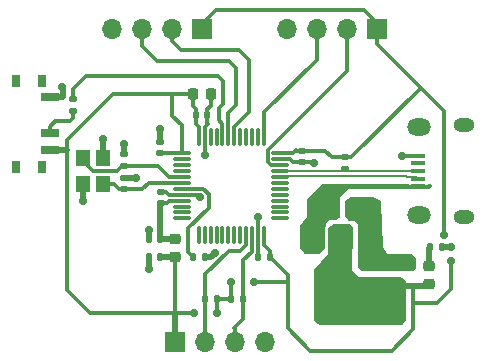
<source format=gbr>
%TF.GenerationSoftware,KiCad,Pcbnew,8.0.0*%
%TF.CreationDate,2024-03-15T15:48:41+01:00*%
%TF.ProjectId,STM32F103_BluePill,53544d33-3246-4313-9033-5f426c756550,rev?*%
%TF.SameCoordinates,Original*%
%TF.FileFunction,Copper,L1,Top*%
%TF.FilePolarity,Positive*%
%FSLAX46Y46*%
G04 Gerber Fmt 4.6, Leading zero omitted, Abs format (unit mm)*
G04 Created by KiCad (PCBNEW 8.0.0) date 2024-03-15 15:48:41*
%MOMM*%
%LPD*%
G01*
G04 APERTURE LIST*
G04 Aperture macros list*
%AMRoundRect*
0 Rectangle with rounded corners*
0 $1 Rounding radius*
0 $2 $3 $4 $5 $6 $7 $8 $9 X,Y pos of 4 corners*
0 Add a 4 corners polygon primitive as box body*
4,1,4,$2,$3,$4,$5,$6,$7,$8,$9,$2,$3,0*
0 Add four circle primitives for the rounded corners*
1,1,$1+$1,$2,$3*
1,1,$1+$1,$4,$5*
1,1,$1+$1,$6,$7*
1,1,$1+$1,$8,$9*
0 Add four rect primitives between the rounded corners*
20,1,$1+$1,$2,$3,$4,$5,0*
20,1,$1+$1,$4,$5,$6,$7,0*
20,1,$1+$1,$6,$7,$8,$9,0*
20,1,$1+$1,$8,$9,$2,$3,0*%
G04 Aperture macros list end*
%TA.AperFunction,SMDPad,CuDef*%
%ADD10RoundRect,0.225000X-0.225000X-0.250000X0.225000X-0.250000X0.225000X0.250000X-0.225000X0.250000X0*%
%TD*%
%TA.AperFunction,SMDPad,CuDef*%
%ADD11R,1.300000X0.450000*%
%TD*%
%TA.AperFunction,ComponentPad*%
%ADD12O,1.800000X1.150000*%
%TD*%
%TA.AperFunction,ComponentPad*%
%ADD13O,2.000000X1.450000*%
%TD*%
%TA.AperFunction,SMDPad,CuDef*%
%ADD14RoundRect,0.140000X-0.140000X-0.170000X0.140000X-0.170000X0.140000X0.170000X-0.140000X0.170000X0*%
%TD*%
%TA.AperFunction,SMDPad,CuDef*%
%ADD15RoundRect,0.140000X-0.170000X0.140000X-0.170000X-0.140000X0.170000X-0.140000X0.170000X0.140000X0*%
%TD*%
%TA.AperFunction,SMDPad,CuDef*%
%ADD16RoundRect,0.135000X0.185000X-0.135000X0.185000X0.135000X-0.185000X0.135000X-0.185000X-0.135000X0*%
%TD*%
%TA.AperFunction,SMDPad,CuDef*%
%ADD17RoundRect,0.140000X0.170000X-0.140000X0.170000X0.140000X-0.170000X0.140000X-0.170000X-0.140000X0*%
%TD*%
%TA.AperFunction,SMDPad,CuDef*%
%ADD18RoundRect,0.250000X-0.250000X-0.475000X0.250000X-0.475000X0.250000X0.475000X-0.250000X0.475000X0*%
%TD*%
%TA.AperFunction,SMDPad,CuDef*%
%ADD19RoundRect,0.140000X0.140000X0.170000X-0.140000X0.170000X-0.140000X-0.170000X0.140000X-0.170000X0*%
%TD*%
%TA.AperFunction,ComponentPad*%
%ADD20R,1.700000X1.700000*%
%TD*%
%TA.AperFunction,ComponentPad*%
%ADD21O,1.700000X1.700000*%
%TD*%
%TA.AperFunction,SMDPad,CuDef*%
%ADD22RoundRect,0.075000X-0.662500X-0.075000X0.662500X-0.075000X0.662500X0.075000X-0.662500X0.075000X0*%
%TD*%
%TA.AperFunction,SMDPad,CuDef*%
%ADD23RoundRect,0.075000X-0.075000X-0.662500X0.075000X-0.662500X0.075000X0.662500X-0.075000X0.662500X0*%
%TD*%
%TA.AperFunction,SMDPad,CuDef*%
%ADD24RoundRect,0.250000X0.475000X-0.250000X0.475000X0.250000X-0.475000X0.250000X-0.475000X-0.250000X0*%
%TD*%
%TA.AperFunction,SMDPad,CuDef*%
%ADD25R,1.200000X1.400000*%
%TD*%
%TA.AperFunction,SMDPad,CuDef*%
%ADD26RoundRect,0.218750X-0.256250X0.218750X-0.256250X-0.218750X0.256250X-0.218750X0.256250X0.218750X0*%
%TD*%
%TA.AperFunction,SMDPad,CuDef*%
%ADD27RoundRect,0.375000X-0.375000X0.625000X-0.375000X-0.625000X0.375000X-0.625000X0.375000X0.625000X0*%
%TD*%
%TA.AperFunction,SMDPad,CuDef*%
%ADD28RoundRect,0.500000X-1.400000X0.500000X-1.400000X-0.500000X1.400000X-0.500000X1.400000X0.500000X0*%
%TD*%
%TA.AperFunction,SMDPad,CuDef*%
%ADD29R,0.800000X1.000000*%
%TD*%
%TA.AperFunction,SMDPad,CuDef*%
%ADD30R,1.500000X0.700000*%
%TD*%
%TA.AperFunction,SMDPad,CuDef*%
%ADD31RoundRect,0.135000X0.135000X0.185000X-0.135000X0.185000X-0.135000X-0.185000X0.135000X-0.185000X0*%
%TD*%
%TA.AperFunction,SMDPad,CuDef*%
%ADD32RoundRect,0.135000X-0.135000X-0.185000X0.135000X-0.185000X0.135000X0.185000X-0.135000X0.185000X0*%
%TD*%
%TA.AperFunction,SMDPad,CuDef*%
%ADD33RoundRect,0.135000X-0.185000X0.135000X-0.185000X-0.135000X0.185000X-0.135000X0.185000X0.135000X0*%
%TD*%
%TA.AperFunction,ViaPad*%
%ADD34C,0.700000*%
%TD*%
%TA.AperFunction,Conductor*%
%ADD35C,0.300000*%
%TD*%
%TA.AperFunction,Conductor*%
%ADD36C,0.500000*%
%TD*%
%TA.AperFunction,Conductor*%
%ADD37C,0.200000*%
%TD*%
G04 APERTURE END LIST*
D10*
%TO.P,C3,1*%
%TO.N,+3.3V*%
X146725000Y-92500000D03*
%TO.P,C3,2*%
%TO.N,GND*%
X148275000Y-92500000D03*
%TD*%
D11*
%TO.P,J3,1,VBUS*%
%TO.N,VBUS*%
X165845000Y-100300000D03*
%TO.P,J3,2,D-*%
%TO.N,/USB_D-*%
X165845000Y-99650000D03*
%TO.P,J3,3,D+*%
%TO.N,/USB_D+*%
X165845000Y-99000000D03*
%TO.P,J3,4,ID*%
%TO.N,unconnected-(J3-ID-Pad4)*%
X165845000Y-98350000D03*
%TO.P,J3,5,GND*%
%TO.N,GND*%
X165845000Y-97700000D03*
D12*
%TO.P,J3,6,Shield*%
%TO.N,unconnected-(J3-Shield-Pad6)_2*%
X169695000Y-102875000D03*
D13*
%TO.N,unconnected-(J3-Shield-Pad6)*%
X165895000Y-102725000D03*
%TO.N,unconnected-(J3-Shield-Pad6)_0*%
X165895000Y-95275000D03*
D12*
%TO.N,unconnected-(J3-Shield-Pad6)_1*%
X169695000Y-95125000D03*
%TD*%
D14*
%TO.P,C4,1*%
%TO.N,/NRST*%
X146790000Y-106250000D03*
%TO.P,C4,2*%
%TO.N,GND*%
X147750000Y-106250000D03*
%TD*%
D15*
%TO.P,C9,1*%
%TO.N,+3.3V*%
X156000000Y-97270000D03*
%TO.P,C9,2*%
%TO.N,GND*%
X156000000Y-98230000D03*
%TD*%
D16*
%TO.P,R4,1*%
%TO.N,/SW_BOOT0*%
X136600000Y-93910000D03*
%TO.P,R4,2*%
%TO.N,/BOOT0*%
X136600000Y-92890000D03*
%TD*%
D17*
%TO.P,C5,1*%
%TO.N,/HSE_IN*%
X140875000Y-98550000D03*
%TO.P,C5,2*%
%TO.N,GND*%
X140875000Y-97590000D03*
%TD*%
%TO.P,C11,1*%
%TO.N,+3.3VA*%
X144020000Y-101730000D03*
%TO.P,C11,2*%
%TO.N,GND*%
X144020000Y-100770000D03*
%TD*%
D18*
%TO.P,C1,1*%
%TO.N,VBUS*%
X158487500Y-102237500D03*
%TO.P,C1,2*%
%TO.N,GND*%
X160387500Y-102237500D03*
%TD*%
D19*
%TO.P,C12,1*%
%TO.N,+3.3VA*%
X143980000Y-104750000D03*
%TO.P,C12,2*%
%TO.N,GND*%
X143020000Y-104750000D03*
%TD*%
D20*
%TO.P,J4,1,Pin_1*%
%TO.N,+3.3V*%
X162300000Y-87000000D03*
D21*
%TO.P,J4,2,Pin_2*%
%TO.N,/SWDIO*%
X159760000Y-87000000D03*
%TO.P,J4,3,Pin_3*%
%TO.N,/SWCLK*%
X157220000Y-87000000D03*
%TO.P,J4,4,Pin_4*%
%TO.N,GND*%
X154680000Y-87000000D03*
%TD*%
D17*
%TO.P,C6,1*%
%TO.N,+3.3V*%
X144000000Y-97480000D03*
%TO.P,C6,2*%
%TO.N,GND*%
X144000000Y-96520000D03*
%TD*%
D22*
%TO.P,U2,1,VBAT*%
%TO.N,+3.3V*%
X145837500Y-97500000D03*
%TO.P,U2,2,PC13*%
%TO.N,unconnected-(U2-PC13-Pad2)*%
X145837500Y-98000000D03*
%TO.P,U2,3,PC14*%
%TO.N,unconnected-(U2-PC14-Pad3)*%
X145837500Y-98500000D03*
%TO.P,U2,4,PC15*%
%TO.N,unconnected-(U2-PC15-Pad4)*%
X145837500Y-99000000D03*
%TO.P,U2,5,PD0*%
%TO.N,/HSE_IN*%
X145837500Y-99500000D03*
%TO.P,U2,6,PD1*%
%TO.N,/HSE_OUT*%
X145837500Y-100000000D03*
%TO.P,U2,7,NRST*%
%TO.N,/NRST*%
X145837500Y-100500000D03*
%TO.P,U2,8,VSSA*%
%TO.N,GND*%
X145837500Y-101000000D03*
%TO.P,U2,9,VDDA*%
%TO.N,+3.3VA*%
X145837500Y-101500000D03*
%TO.P,U2,10,PA0*%
%TO.N,unconnected-(U2-PA0-Pad10)*%
X145837500Y-102000000D03*
%TO.P,U2,11,PA1*%
%TO.N,unconnected-(U2-PA1-Pad11)*%
X145837500Y-102500000D03*
%TO.P,U2,12,PA2*%
%TO.N,unconnected-(U2-PA2-Pad12)*%
X145837500Y-103000000D03*
D23*
%TO.P,U2,13,PA3*%
%TO.N,unconnected-(U2-PA3-Pad13)*%
X147250000Y-104412500D03*
%TO.P,U2,14,PA4*%
%TO.N,unconnected-(U2-PA4-Pad14)*%
X147750000Y-104412500D03*
%TO.P,U2,15,PA5*%
%TO.N,unconnected-(U2-PA5-Pad15)*%
X148250000Y-104412500D03*
%TO.P,U2,16,PA6*%
%TO.N,unconnected-(U2-PA6-Pad16)*%
X148750000Y-104412500D03*
%TO.P,U2,17,PA7*%
%TO.N,unconnected-(U2-PA7-Pad17)*%
X149250000Y-104412500D03*
%TO.P,U2,18,PB0*%
%TO.N,unconnected-(U2-PB0-Pad18)*%
X149750000Y-104412500D03*
%TO.P,U2,19,PB1*%
%TO.N,unconnected-(U2-PB1-Pad19)*%
X150250000Y-104412500D03*
%TO.P,U2,20,PB2*%
%TO.N,unconnected-(U2-PB2-Pad20)*%
X150750000Y-104412500D03*
%TO.P,U2,21,PB10*%
%TO.N,/I2C2_SCL*%
X151250000Y-104412500D03*
%TO.P,U2,22,PB11*%
%TO.N,/I2C2_SDA*%
X151750000Y-104412500D03*
%TO.P,U2,23,VSS*%
%TO.N,GND*%
X152250000Y-104412500D03*
%TO.P,U2,24,VDD*%
%TO.N,+3.3V*%
X152750000Y-104412500D03*
D22*
%TO.P,U2,25,PB12*%
%TO.N,unconnected-(U2-PB12-Pad25)*%
X154162500Y-103000000D03*
%TO.P,U2,26,PB13*%
%TO.N,unconnected-(U2-PB13-Pad26)*%
X154162500Y-102500000D03*
%TO.P,U2,27,PB14*%
%TO.N,unconnected-(U2-PB14-Pad27)*%
X154162500Y-102000000D03*
%TO.P,U2,28,PB15*%
%TO.N,unconnected-(U2-PB15-Pad28)*%
X154162500Y-101500000D03*
%TO.P,U2,29,PA8*%
%TO.N,unconnected-(U2-PA8-Pad29)*%
X154162500Y-101000000D03*
%TO.P,U2,30,PA9*%
%TO.N,unconnected-(U2-PA9-Pad30)*%
X154162500Y-100500000D03*
%TO.P,U2,31,PA10*%
%TO.N,unconnected-(U2-PA10-Pad31)*%
X154162500Y-100000000D03*
%TO.P,U2,32,PA11*%
%TO.N,/USB_D-*%
X154162500Y-99500000D03*
%TO.P,U2,33,PA12*%
%TO.N,/USB_D+*%
X154162500Y-99000000D03*
%TO.P,U2,34,PA13*%
%TO.N,/SWDIO*%
X154162500Y-98500000D03*
%TO.P,U2,35,VSS*%
%TO.N,GND*%
X154162500Y-98000000D03*
%TO.P,U2,36,VDD*%
%TO.N,+3.3V*%
X154162500Y-97500000D03*
D23*
%TO.P,U2,37,PA14*%
%TO.N,/SWCLK*%
X152750000Y-96087500D03*
%TO.P,U2,38,PA15*%
%TO.N,unconnected-(U2-PA15-Pad38)*%
X152250000Y-96087500D03*
%TO.P,U2,39,PB3*%
%TO.N,unconnected-(U2-PB3-Pad39)*%
X151750000Y-96087500D03*
%TO.P,U2,40,PB4*%
%TO.N,unconnected-(U2-PB4-Pad40)*%
X151250000Y-96087500D03*
%TO.P,U2,41,PB5*%
%TO.N,unconnected-(U2-PB5-Pad41)*%
X150750000Y-96087500D03*
%TO.P,U2,42,PB6*%
%TO.N,/UART1_TX*%
X150250000Y-96087500D03*
%TO.P,U2,43,PB7*%
%TO.N,/UART1_RX*%
X149750000Y-96087500D03*
%TO.P,U2,44,BOOT0*%
%TO.N,/BOOT0*%
X149250000Y-96087500D03*
%TO.P,U2,45,PB8*%
%TO.N,unconnected-(U2-PB8-Pad45)*%
X148750000Y-96087500D03*
%TO.P,U2,46,PB9*%
%TO.N,unconnected-(U2-PB9-Pad46)*%
X148250000Y-96087500D03*
%TO.P,U2,47,VSS*%
%TO.N,GND*%
X147750000Y-96087500D03*
%TO.P,U2,48,VDD*%
%TO.N,+3.3V*%
X147250000Y-96087500D03*
%TD*%
D19*
%TO.P,C13,1*%
%TO.N,+3.3V*%
X143980000Y-106250000D03*
%TO.P,C13,2*%
%TO.N,GND*%
X143020000Y-106250000D03*
%TD*%
D24*
%TO.P,C2,1*%
%TO.N,+3.3V*%
X163937500Y-108687500D03*
%TO.P,C2,2*%
%TO.N,GND*%
X163937500Y-106787500D03*
%TD*%
D25*
%TO.P,Y1,1,1*%
%TO.N,/HSE_IN*%
X137425000Y-97850000D03*
%TO.P,Y1,2,2*%
%TO.N,GND*%
X137425000Y-100050000D03*
%TO.P,Y1,3,3*%
%TO.N,/HSE_OUT*%
X139125000Y-100050000D03*
%TO.P,Y1,4,4*%
%TO.N,GND*%
X139125000Y-97850000D03*
%TD*%
D26*
%TO.P,FB1,1*%
%TO.N,+3.3VA*%
X145250000Y-104712500D03*
%TO.P,FB1,2*%
%TO.N,+3.3V*%
X145250000Y-106287500D03*
%TD*%
D27*
%TO.P,U1,1,GND*%
%TO.N,GND*%
X161550000Y-104600000D03*
%TO.P,U1,2,VO*%
%TO.N,+3.3V*%
X159250000Y-104600000D03*
D28*
X159250000Y-110900000D03*
D27*
%TO.P,U1,3,VI*%
%TO.N,VBUS*%
X156950000Y-104600000D03*
%TD*%
D29*
%TO.P,SW1,*%
%TO.N,*%
X134005000Y-91350000D03*
X131795000Y-91350000D03*
X134005000Y-98650000D03*
X131795000Y-98650000D03*
D30*
%TO.P,SW1,1,A*%
%TO.N,GND*%
X134655000Y-92750000D03*
%TO.P,SW1,2,B*%
%TO.N,/SW_BOOT0*%
X134655000Y-95750000D03*
%TO.P,SW1,3,C*%
%TO.N,+3.3V*%
X134655000Y-97250000D03*
%TD*%
D31*
%TO.P,R2,1*%
%TO.N,+3.3V*%
X148780000Y-109860000D03*
%TO.P,R2,2*%
%TO.N,/I2C2_SCL*%
X147760000Y-109860000D03*
%TD*%
D17*
%TO.P,C7,1*%
%TO.N,/HSE_OUT*%
X140875000Y-100550000D03*
%TO.P,C7,2*%
%TO.N,GND*%
X140875000Y-99590000D03*
%TD*%
D32*
%TO.P,R3,1*%
%TO.N,+3.3V*%
X150010000Y-109860000D03*
%TO.P,R3,2*%
%TO.N,/I2C2_SDA*%
X151030000Y-109860000D03*
%TD*%
D20*
%TO.P,J2,1,Pin_1*%
%TO.N,+3.3V*%
X145200000Y-113500000D03*
D21*
%TO.P,J2,2,Pin_2*%
%TO.N,/I2C2_SCL*%
X147740000Y-113500000D03*
%TO.P,J2,3,Pin_3*%
%TO.N,/I2C2_SDA*%
X150280000Y-113500000D03*
%TO.P,J2,4,Pin_4*%
%TO.N,GND*%
X152820000Y-113500000D03*
%TD*%
D14*
%TO.P,C10,1*%
%TO.N,+3.3V*%
X147020000Y-94250000D03*
%TO.P,C10,2*%
%TO.N,GND*%
X147980000Y-94250000D03*
%TD*%
D19*
%TO.P,C8,1*%
%TO.N,+3.3V*%
X153260000Y-106270000D03*
%TO.P,C8,2*%
%TO.N,GND*%
X152300000Y-106270000D03*
%TD*%
D20*
%TO.P,J1,1,Pin_1*%
%TO.N,+3.3V*%
X147550000Y-87000000D03*
D21*
%TO.P,J1,2,Pin_2*%
%TO.N,/UART1_TX*%
X145010000Y-87000000D03*
%TO.P,J1,3,Pin_3*%
%TO.N,/UART1_RX*%
X142470000Y-87000000D03*
%TO.P,J1,4,Pin_4*%
%TO.N,GND*%
X139930000Y-87000000D03*
%TD*%
D26*
%TO.P,D1,1,K*%
%TO.N,/PWR_LED_K*%
X166700000Y-107012500D03*
%TO.P,D1,2,A*%
%TO.N,+3.3V*%
X166700000Y-108587500D03*
%TD*%
D32*
%TO.P,R1,1*%
%TO.N,/PWR_LED_K*%
X166790000Y-105400000D03*
%TO.P,R1,2*%
%TO.N,GND*%
X167810000Y-105400000D03*
%TD*%
D33*
%TO.P,R5,1*%
%TO.N,+3.3V*%
X159620000Y-97830000D03*
%TO.P,R5,2*%
%TO.N,/USB_D+*%
X159620000Y-98850000D03*
%TD*%
D34*
%TO.N,GND*%
X144000000Y-95440000D03*
X140900000Y-96730000D03*
X135680000Y-91840000D03*
X161670000Y-102680000D03*
X143020000Y-103980000D03*
X168600000Y-105400000D03*
X139100000Y-96300000D03*
X152250000Y-102870000D03*
X148635025Y-105895025D03*
X161690000Y-101740000D03*
X147760000Y-97600000D03*
X143030000Y-107310000D03*
X147340000Y-101200000D03*
X137400000Y-101500000D03*
X164410000Y-97700000D03*
X162000000Y-106100000D03*
X157040000Y-98350000D03*
X161200000Y-106100000D03*
X165200000Y-106800000D03*
X141920000Y-99570000D03*
%TO.N,+3.3V*%
X146800000Y-111000000D03*
X151900000Y-108400000D03*
X168000000Y-104400000D03*
X168600000Y-106600000D03*
X148800000Y-111000000D03*
X150000000Y-108400000D03*
%TD*%
D35*
%TO.N,+3.3V*%
X145200000Y-111000000D02*
X146800000Y-111000000D01*
X151900000Y-108400000D02*
X154800000Y-108400000D01*
X150010000Y-108410000D02*
X150000000Y-108400000D01*
X150010000Y-109860000D02*
X150010000Y-108410000D01*
X148780000Y-110980000D02*
X148800000Y-111000000D01*
X148780000Y-109860000D02*
X148780000Y-110980000D01*
%TO.N,GND*%
X147980000Y-93770000D02*
X148275000Y-93475000D01*
D36*
X139125000Y-97850000D02*
X139125000Y-96325000D01*
D35*
X147750000Y-96087500D02*
X147750000Y-95246880D01*
X165845000Y-97700000D02*
X164410000Y-97700000D01*
D36*
X147750000Y-106250000D02*
X148280050Y-106250000D01*
X143020000Y-107300000D02*
X143030000Y-107310000D01*
D35*
X147980000Y-94980000D02*
X147980000Y-94250000D01*
X152250000Y-104412500D02*
X152250000Y-106220000D01*
X155003120Y-98000000D02*
X155250000Y-98246880D01*
D36*
X141900000Y-99590000D02*
X141920000Y-99570000D01*
X140875000Y-96755000D02*
X140900000Y-96730000D01*
D35*
X147750000Y-96087500D02*
X147750000Y-97590000D01*
X147750000Y-97590000D02*
X147760000Y-97600000D01*
X147750000Y-95246880D02*
X147996880Y-95000000D01*
X156920000Y-98230000D02*
X157040000Y-98350000D01*
D36*
X135750000Y-91910000D02*
X135680000Y-91840000D01*
X140875000Y-99590000D02*
X141900000Y-99590000D01*
D35*
X144480000Y-100770000D02*
X144020000Y-100770000D01*
D36*
X167810000Y-105400000D02*
X168600000Y-105400000D01*
D35*
X156000000Y-98230000D02*
X156920000Y-98230000D01*
X148275000Y-93475000D02*
X148275000Y-92500000D01*
X147980000Y-94250000D02*
X147980000Y-93770000D01*
D36*
X140875000Y-97590000D02*
X140875000Y-96755000D01*
D35*
X145837500Y-101000000D02*
X147140000Y-101000000D01*
D36*
X139125000Y-96325000D02*
X139100000Y-96300000D01*
X143020000Y-104750000D02*
X143020000Y-103980000D01*
D35*
X155250000Y-98246880D02*
X155250000Y-98250000D01*
X145837500Y-101000000D02*
X144750000Y-101000000D01*
X154162500Y-98000000D02*
X155003120Y-98000000D01*
X155270000Y-98230000D02*
X156000000Y-98230000D01*
D36*
X144000000Y-96520000D02*
X144000000Y-95440000D01*
D35*
X152250000Y-106220000D02*
X152300000Y-106270000D01*
X147996880Y-95000000D02*
X148000000Y-95000000D01*
D36*
X148280050Y-106250000D02*
X148635025Y-105895025D01*
D35*
X155250000Y-98250000D02*
X155270000Y-98230000D01*
X144750000Y-101000000D02*
X144500000Y-100750000D01*
D36*
X137425000Y-100050000D02*
X137425000Y-101475000D01*
D35*
X148000000Y-95000000D02*
X147980000Y-94980000D01*
D36*
X143020000Y-106250000D02*
X143020000Y-107300000D01*
X134655000Y-92750000D02*
X135750000Y-92750000D01*
D35*
X147140000Y-101000000D02*
X147340000Y-101200000D01*
D36*
X137425000Y-101475000D02*
X137400000Y-101500000D01*
X135750000Y-92750000D02*
X135750000Y-91910000D01*
D35*
X144500000Y-100750000D02*
X144480000Y-100770000D01*
X152250000Y-104412500D02*
X152250000Y-102870000D01*
%TO.N,+3.3V*%
X147000000Y-95000000D02*
X147020000Y-94980000D01*
X154800000Y-107800000D02*
X154800000Y-108400000D01*
X145200000Y-111000000D02*
X138000000Y-111000000D01*
X154800000Y-112300000D02*
X156700000Y-114200000D01*
X153260000Y-105730000D02*
X153260000Y-106270000D01*
X145837500Y-97500000D02*
X145837500Y-95137500D01*
X155520000Y-97270000D02*
X156000000Y-97270000D01*
X147020000Y-94250000D02*
X147020000Y-93770000D01*
X166050000Y-91950000D02*
X162300000Y-88200000D01*
X147020000Y-94980000D02*
X147020000Y-94250000D01*
X150010000Y-109860000D02*
X148780000Y-109860000D01*
X144020000Y-97500000D02*
X144000000Y-97480000D01*
X150000000Y-108500000D02*
X150010000Y-108510000D01*
X168000000Y-104400000D02*
X168000000Y-93900000D01*
X156000000Y-97270000D02*
X157970000Y-97270000D01*
X145250000Y-110950000D02*
X145250000Y-106287500D01*
X165400000Y-110200000D02*
X165400000Y-108787500D01*
X157970000Y-97270000D02*
X158530000Y-97830000D01*
D36*
X166600000Y-108687500D02*
X166700000Y-108587500D01*
X165500000Y-108687500D02*
X166600000Y-108687500D01*
D35*
X160170000Y-97830000D02*
X166050000Y-91950000D01*
D36*
X163937500Y-108687500D02*
X165500000Y-108687500D01*
D35*
X162300000Y-87000000D02*
X162300000Y-86500000D01*
X154800000Y-108400000D02*
X154800000Y-112300000D01*
X147250000Y-96087500D02*
X147250000Y-95250000D01*
X145837500Y-97500000D02*
X144020000Y-97500000D01*
X155250000Y-97500000D02*
X155500000Y-97250000D01*
X167100000Y-110200000D02*
X167400000Y-110200000D01*
X168600000Y-109000000D02*
X168600000Y-106600000D01*
X168200000Y-109400000D02*
X168600000Y-109000000D01*
X168000000Y-93900000D02*
X166050000Y-91950000D01*
X145200000Y-111000000D02*
X145250000Y-110950000D01*
X158530000Y-97830000D02*
X159620000Y-97830000D01*
X147250000Y-95250000D02*
X147000000Y-95000000D01*
X146725000Y-93475000D02*
X146725000Y-92500000D01*
X165400000Y-108787500D02*
X165500000Y-108687500D01*
X161200000Y-85400000D02*
X148700000Y-85400000D01*
X147550000Y-86550000D02*
X147550000Y-87000000D01*
D36*
X145212500Y-106250000D02*
X145250000Y-106287500D01*
D35*
X138000000Y-111000000D02*
X136100000Y-109100000D01*
D36*
X145200000Y-113500000D02*
X145200000Y-111000000D01*
D35*
X165400000Y-110200000D02*
X167100000Y-110200000D01*
X163600000Y-114200000D02*
X165400000Y-112400000D01*
X156700000Y-114200000D02*
X163600000Y-114200000D01*
X145837500Y-95137500D02*
X145000000Y-94300000D01*
X148700000Y-85400000D02*
X147550000Y-86550000D01*
X165400000Y-112400000D02*
X165400000Y-110200000D01*
X152750000Y-105220000D02*
X153260000Y-105730000D01*
X136100000Y-109100000D02*
X136100000Y-96400000D01*
X153270000Y-106270000D02*
X154800000Y-107800000D01*
X155500000Y-97250000D02*
X155520000Y-97270000D01*
X154162500Y-97500000D02*
X155250000Y-97500000D01*
X136100000Y-96400000D02*
X140000000Y-92500000D01*
X140000000Y-92500000D02*
X145000000Y-92500000D01*
X145000000Y-92500000D02*
X146725000Y-92500000D01*
X153260000Y-106270000D02*
X153270000Y-106270000D01*
D36*
X143980000Y-106250000D02*
X145212500Y-106250000D01*
D35*
X145000000Y-94300000D02*
X145000000Y-92500000D01*
X159620000Y-97830000D02*
X160170000Y-97830000D01*
X167400000Y-110200000D02*
X168200000Y-109400000D01*
X147020000Y-93770000D02*
X146725000Y-93475000D01*
D36*
X134655000Y-97250000D02*
X136050000Y-97250000D01*
D35*
X162300000Y-86500000D02*
X161200000Y-85400000D01*
X150100000Y-108400000D02*
X150000000Y-108500000D01*
X162300000Y-88200000D02*
X162300000Y-87000000D01*
X152750000Y-104412500D02*
X152750000Y-105220000D01*
%TO.N,/NRST*%
X148080000Y-102098120D02*
X146370000Y-103808120D01*
X145837500Y-100500000D02*
X147629950Y-100500000D01*
X146370000Y-103808120D02*
X146370000Y-105830000D01*
X148080000Y-100950050D02*
X148080000Y-102098120D01*
X147629950Y-100500000D02*
X148080000Y-100950050D01*
X146370000Y-105830000D02*
X146790000Y-106250000D01*
%TO.N,/HSE_IN*%
X140775000Y-98550000D02*
X140325000Y-99000000D01*
X144750000Y-99500000D02*
X143800000Y-98550000D01*
X145837500Y-99500000D02*
X144750000Y-99500000D01*
X138250000Y-99000000D02*
X137425000Y-98175000D01*
X140325000Y-99000000D02*
X138250000Y-99000000D01*
X143800000Y-98550000D02*
X140875000Y-98550000D01*
X140875000Y-98550000D02*
X140775000Y-98550000D01*
X137425000Y-98175000D02*
X137425000Y-97850000D01*
%TO.N,/HSE_OUT*%
X145837500Y-100000000D02*
X143000000Y-100000000D01*
X140875000Y-100550000D02*
X140525000Y-100550000D01*
X140025000Y-100050000D02*
X139125000Y-100050000D01*
X142450000Y-100550000D02*
X140875000Y-100550000D01*
X143000000Y-100000000D02*
X142450000Y-100550000D01*
X140525000Y-100550000D02*
X140025000Y-100050000D01*
%TO.N,+3.3VA*%
X144520000Y-101730000D02*
X144750000Y-101500000D01*
X144020000Y-101730000D02*
X144520000Y-101730000D01*
D36*
X145212500Y-104750000D02*
X145250000Y-104712500D01*
X143980000Y-104750000D02*
X143980000Y-101770000D01*
D35*
X144750000Y-101500000D02*
X145837500Y-101500000D01*
D36*
X143980000Y-101770000D02*
X144020000Y-101730000D01*
X143980000Y-104750000D02*
X145212500Y-104750000D01*
%TO.N,/PWR_LED_K*%
X166700000Y-107012500D02*
X166700000Y-105490000D01*
X166700000Y-105490000D02*
X166790000Y-105400000D01*
D35*
%TO.N,/UART1_TX*%
X150250000Y-95240000D02*
X151490000Y-94000000D01*
X145770000Y-88710000D02*
X145010000Y-87950000D01*
X151490000Y-89570000D02*
X150630000Y-88710000D01*
X150630000Y-88710000D02*
X145770000Y-88710000D01*
X145010000Y-87950000D02*
X145010000Y-87000000D01*
X151490000Y-94000000D02*
X151490000Y-89570000D01*
X150250000Y-96087500D02*
X150250000Y-95240000D01*
%TO.N,/UART1_RX*%
X149750000Y-96087500D02*
X149750000Y-94060000D01*
X149750000Y-94060000D02*
X150420000Y-93390000D01*
X150420000Y-90230000D02*
X149840000Y-89650000D01*
X149840000Y-89640000D02*
X143690000Y-89640000D01*
X149840000Y-89650000D02*
X149840000Y-89640000D01*
X142470000Y-88400000D02*
X142470000Y-87000000D01*
X150420000Y-93390000D02*
X150420000Y-90230000D01*
X142460000Y-88410000D02*
X142470000Y-88400000D01*
X143690000Y-89640000D02*
X142460000Y-88410000D01*
%TO.N,/I2C2_SCL*%
X147760000Y-109860000D02*
X147760000Y-113480000D01*
X147810000Y-107710000D02*
X147800000Y-107710000D01*
X151250000Y-105253120D02*
X150753120Y-105750000D01*
X151250000Y-104412500D02*
X151250000Y-105253120D01*
X147800000Y-107710000D02*
X147760000Y-107750000D01*
X147760000Y-113480000D02*
X147740000Y-113500000D01*
X147760000Y-107750000D02*
X147760000Y-109860000D01*
X150753120Y-105750000D02*
X149770000Y-105750000D01*
X149770000Y-105750000D02*
X147810000Y-107710000D01*
%TO.N,/I2C2_SDA*%
X151750000Y-105813154D02*
X151030000Y-106533154D01*
X151750000Y-104412500D02*
X151750000Y-105813154D01*
X150280000Y-112290000D02*
X150280000Y-113500000D01*
X151030000Y-106533154D02*
X151030000Y-109860000D01*
X150260000Y-112270000D02*
X150280000Y-112290000D01*
X151030000Y-109860000D02*
X151030000Y-111500000D01*
X151030000Y-111500000D02*
X150260000Y-112270000D01*
D37*
%TO.N,/USB_D+*%
X154162500Y-99000000D02*
X165845000Y-99000000D01*
%TO.N,/USB_D-*%
X164895000Y-99525000D02*
X165720000Y-99525000D01*
X154162500Y-99500000D02*
X154212499Y-99450001D01*
X165720000Y-99525000D02*
X165845000Y-99650000D01*
X154212499Y-99450001D02*
X164895000Y-99450001D01*
X164895000Y-99450001D02*
X164895000Y-99525000D01*
D35*
%TO.N,/SWDIO*%
X159760000Y-90490000D02*
X159760000Y-87000000D01*
X153321880Y-98500000D02*
X153075000Y-98253120D01*
X153075000Y-98253120D02*
X153075000Y-97175000D01*
X154162500Y-98500000D02*
X153321880Y-98500000D01*
X153075000Y-97175000D02*
X159760000Y-90490000D01*
%TO.N,/SWCLK*%
X152750000Y-94030000D02*
X157220000Y-89560000D01*
X152750000Y-96087500D02*
X152750000Y-94030000D01*
X157220000Y-89560000D02*
X157220000Y-87000000D01*
%TO.N,/BOOT0*%
X149310000Y-91400000D02*
X148850000Y-90940000D01*
X149250000Y-95030000D02*
X148930000Y-94710000D01*
X148850000Y-90940000D02*
X137680000Y-90940000D01*
X148930000Y-93680000D02*
X149310000Y-93300000D01*
X136600000Y-92890000D02*
X136600000Y-92020000D01*
X137680000Y-90940000D02*
X136600000Y-92020000D01*
X149310000Y-93300000D02*
X149310000Y-91400000D01*
X148930000Y-94710000D02*
X148930000Y-93680000D01*
X149250000Y-96087500D02*
X149250000Y-95030000D01*
%TO.N,/SW_BOOT0*%
X136300000Y-94800000D02*
X135100000Y-94800000D01*
X135100000Y-94800000D02*
X134655000Y-95245000D01*
X134665000Y-95740000D02*
X134655000Y-95750000D01*
X134655000Y-95245000D02*
X134655000Y-95750000D01*
X136600000Y-94500000D02*
X136300000Y-94800000D01*
X136600000Y-93910000D02*
X136600000Y-94500000D01*
%TD*%
%TA.AperFunction,Conductor*%
%TO.N,GND*%
G36*
X162028591Y-101216337D02*
G01*
X162639400Y-101565371D01*
X162687840Y-101615723D01*
X162701836Y-101669771D01*
X162799999Y-105399998D01*
X162800000Y-105400001D01*
X163200000Y-106000000D01*
X165248638Y-106000000D01*
X165315677Y-106019685D01*
X165336319Y-106036319D01*
X165563681Y-106263681D01*
X165597166Y-106325004D01*
X165600000Y-106351362D01*
X165600000Y-107233637D01*
X165580315Y-107300676D01*
X165544783Y-107336811D01*
X165331239Y-107479174D01*
X165264540Y-107499982D01*
X165262456Y-107500000D01*
X161062000Y-107500000D01*
X160994961Y-107480315D01*
X160962800Y-107450400D01*
X160724800Y-107133066D01*
X160700324Y-107067624D01*
X160700000Y-107058666D01*
X160700000Y-103499999D01*
X160500000Y-103200000D01*
X159995760Y-103200000D01*
X159978113Y-103198738D01*
X159966714Y-103197099D01*
X159948638Y-103194500D01*
X159948637Y-103194500D01*
X159944255Y-103193870D01*
X159944418Y-103192729D01*
X159883825Y-103170122D01*
X159858947Y-103145263D01*
X159624800Y-102833066D01*
X159600324Y-102767624D01*
X159600000Y-102758666D01*
X159600000Y-101666362D01*
X159619685Y-101599323D01*
X159655215Y-101563189D01*
X160168761Y-101220826D01*
X160235461Y-101200018D01*
X160237544Y-101200000D01*
X161967071Y-101200000D01*
X162028591Y-101216337D01*
G37*
%TD.AperFunction*%
%TD*%
%TA.AperFunction,Conductor*%
%TO.N,VBUS*%
G36*
X165011160Y-100119685D02*
G01*
X165014196Y-100121699D01*
X165022231Y-100127202D01*
X165022235Y-100127206D01*
X165125009Y-100172585D01*
X165150135Y-100175500D01*
X166539864Y-100175499D01*
X166539879Y-100175497D01*
X166539882Y-100175497D01*
X166564987Y-100172586D01*
X166564988Y-100172585D01*
X166564991Y-100172585D01*
X166667765Y-100127206D01*
X166667769Y-100127201D01*
X166675804Y-100121699D01*
X166742236Y-100100054D01*
X166745879Y-100100000D01*
X166876000Y-100100000D01*
X166943039Y-100119685D01*
X166988794Y-100172489D01*
X167000000Y-100224000D01*
X167000000Y-100248638D01*
X166980315Y-100315677D01*
X166963681Y-100336319D01*
X166836319Y-100463681D01*
X166774996Y-100497166D01*
X166748638Y-100500000D01*
X159899999Y-100500000D01*
X159200000Y-101199999D01*
X159200000Y-102833637D01*
X159180315Y-102900676D01*
X159144783Y-102936811D01*
X158931239Y-103079174D01*
X158864540Y-103099982D01*
X158862456Y-103100000D01*
X158299999Y-103100000D01*
X158000000Y-103399999D01*
X158000000Y-103537429D01*
X157980315Y-103604468D01*
X157979294Y-103606032D01*
X157977447Y-103608811D01*
X157926560Y-103708890D01*
X157906877Y-103775921D01*
X157894500Y-103862002D01*
X157894500Y-105554138D01*
X157874815Y-105621177D01*
X157858181Y-105641819D01*
X157536319Y-105963681D01*
X157474996Y-105997166D01*
X157448638Y-106000000D01*
X156259598Y-106000000D01*
X156192559Y-105980315D01*
X156162770Y-105953462D01*
X155827172Y-105533965D01*
X155800664Y-105469319D01*
X155800000Y-105456503D01*
X155800000Y-103741333D01*
X155819685Y-103674294D01*
X155824800Y-103666933D01*
X156400000Y-102900000D01*
X156400000Y-101454072D01*
X156419685Y-101387033D01*
X156439624Y-101363206D01*
X156615385Y-101200000D01*
X157764317Y-100133133D01*
X157826838Y-100101941D01*
X157848693Y-100100000D01*
X164944121Y-100100000D01*
X165011160Y-100119685D01*
G37*
%TD.AperFunction*%
%TD*%
%TA.AperFunction,Conductor*%
%TO.N,+3.3V*%
G36*
X160015677Y-103519685D02*
G01*
X160036319Y-103536319D01*
X160262246Y-103762246D01*
X160295731Y-103823569D01*
X160298517Y-103853370D01*
X160199999Y-107400000D01*
X160699999Y-107999999D01*
X160700000Y-108000000D01*
X164358667Y-108000000D01*
X164425706Y-108019685D01*
X164433067Y-108024800D01*
X164750400Y-108262800D01*
X164792221Y-108318771D01*
X164800000Y-108362000D01*
X164800000Y-111558666D01*
X164780315Y-111625705D01*
X164775200Y-111633066D01*
X164537200Y-111950400D01*
X164481229Y-111992221D01*
X164438000Y-112000000D01*
X157451362Y-112000000D01*
X157384323Y-111980315D01*
X157363681Y-111963681D01*
X157036319Y-111636319D01*
X157002834Y-111574996D01*
X157000000Y-111548638D01*
X157000000Y-107445870D01*
X157019685Y-107378831D01*
X157029848Y-107365177D01*
X158200000Y-106000000D01*
X158200000Y-103862000D01*
X158219685Y-103794961D01*
X158249600Y-103762800D01*
X158250339Y-103762246D01*
X158566933Y-103524799D01*
X158632375Y-103500324D01*
X158641333Y-103500000D01*
X159948638Y-103500000D01*
X160015677Y-103519685D01*
G37*
%TD.AperFunction*%
%TD*%
M02*

</source>
